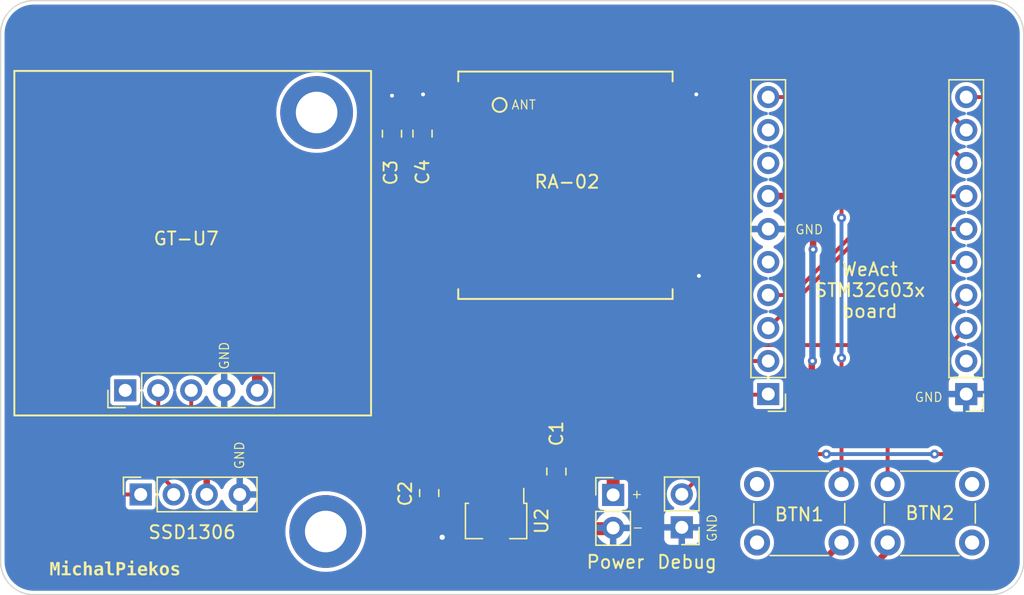
<source format=kicad_pcb>
(kicad_pcb (version 20221018) (generator pcbnew)
  (layers (0 "F.Cu" signal) (31 "B.Cu" power) (34 "B.Paste" user) (35 "F.Paste" user) (36 "B.SilkS" user "B.Silkscreen") (37 "F.SilkS" user "F.Silkscreen") (38 "B.Mask" user) (39 "F.Mask" user) (44 "Edge.Cuts" user))
  (net 0 "")
  (net 1 "GND")
  (net 2 "+3.3V")
  (net 4 "/BTN1")
  (net 5 "/RST")
  (net 6 "/SPI_MISO")
  (net 7 "/SPI_MOSI")
  (net 8 "/NSS")
  (net 9 "/I2C2_SCL")
  (net 10 "/I2C2_SDA")
  (net 11 "/USART1_TX_DEBUG")
  (net 12 "/USART2_RX")
  (net 13 "/USART2_TX")
  (net 14 "/SPI1_SCL")
  (net 15 "/DIO0")
  (net 19 "/BTN2")
  (net 25 "unconnected-(U1-DIO5-Pad11)")
  (net 26 "+BATT")
  (footprint "Capacitor_SMD:C_0805_2012Metric_Pad1.18x1.45mm_HandSolder" (layer "F.Cu") (at 126.45 114.3723 90)
    (fp_text reference "C4" (at -2.9625 0 90) (layer "F.SilkS"))
    (fp_text value "0.1uF")
    (fp_line (start -0.261252 -0.735) (end 0.261252 -0.735) (stroke (width 0.12)) (layer "F.SilkS"))
    (fp_line (start -0.261252 0.735) (end 0.261252 0.735) (stroke (width 0.12)) (layer "F.SilkS"))
    (pad "1" smd roundrect (at -1.0375 0 90) (size 1.175 1.45) (layers "F.Cu" "F.Paste" "F.Mask") (roundrect_rratio 0.2127659574) (net 2 "+3.3V"))
    (pad "2" smd roundrect (at 1.0375 0 90) (size 1.175 1.45) (layers "F.Cu" "F.Paste" "F.Mask") (roundrect_rratio 0.2127659574) (net 1 "GND"))
  )
  (footprint "Capacitor_SMD:C_0805_2012Metric_Pad1.18x1.45mm_HandSolder" (layer "F.Cu") (at 136.7536 140.3819 -90)
    (fp_text reference "C1" (at -2.9171 0 90) (layer "F.SilkS"))
    (fp_text value "10u")
    (fp_line (start -0.261252 -0.735) (end 0.261252 -0.735) (stroke (width 0.12)) (layer "F.SilkS"))
    (fp_line (start -0.261252 0.735) (end 0.261252 0.735) (stroke (width 0.12)) (layer "F.SilkS"))
    (pad "1" smd roundrect (at -1.0375 0 270) (size 1.175 1.45) (layers "F.Cu" "F.Paste" "F.Mask") (roundrect_rratio 0.2127659574) (net 26 "+BATT"))
    (pad "2" smd roundrect (at 1.0375 0 270) (size 1.175 1.45) (layers "F.Cu" "F.Paste" "F.Mask") (roundrect_rratio 0.2127659574) (net 1 "GND"))
  )
  (footprint "Button_Switch_THT:SW_PUSH_6mm" (layer "F.Cu") (at 162.25 141.35)
    (fp_text reference "SW2" hide)
    (fp_text value "BTN2")
    (fp_line (start -0.25 1.5) (end -0.25 3) (stroke (width 0.12)) (layer "F.SilkS"))
    (fp_line (start 1 5.5) (end 5.5 5.5) (stroke (width 0.12)) (layer "F.SilkS"))
    (fp_line (start 5.5 -1) (end 1 -1) (stroke (width 0.12)) (layer "F.SilkS"))
    (fp_line (start 6.75 3) (end 6.75 1.5) (stroke (width 0.12)) (layer "F.SilkS"))
    (pad "1" thru_hole circle (at 0 0 90) (size 2 2) (drill 1.1) (layers "*.Cu" "*.Mask") (net 19 "/BTN2"))
    (pad "1" thru_hole circle (at 6.5 0 90) (size 2 2) (drill 1.1) (layers "*.Cu" "*.Mask") (net 19 "/BTN2"))
    (pad "2" thru_hole circle (at 0 4.5 90) (size 2 2) (drill 1.1) (layers "*.Cu" "*.Mask") (net 2 "+3.3V"))
    (pad "2" thru_hole circle (at 6.5 4.5 90) (size 2 2) (drill 1.1) (layers "*.Cu" "*.Mask") (net 2 "+3.3V"))
  )
  (footprint "Connector_PinHeader_2.54mm:PinHeader_1x10_P2.54mm_Vertical" (layer "F.Cu") (at 168.3 134.42 180)
    (fp_text reference "J1" hide)
    (fp_text value "stm32g0_5v_bank")
    (fp_line (start -1.33 -1.33) (end 0 -1.33) (stroke (width 0.12)) (layer "F.SilkS"))
    (fp_line (start -1.33 0) (end -1.33 -1.33) (stroke (width 0.12)) (layer "F.SilkS"))
    (fp_line (start -1.33 1.27) (end -1.33 24.19) (stroke (width 0.12)) (layer "F.SilkS"))
    (fp_line (start -1.33 1.27) (end 1.33 1.27) (stroke (width 0.12)) (layer "F.SilkS"))
    (fp_line (start -1.33 24.19) (end 1.33 24.19) (stroke (width 0.12)) (layer "F.SilkS"))
    (fp_line (start 1.33 1.27) (end 1.33 24.19) (stroke (width 0.12)) (layer "F.SilkS"))
    (pad "1" thru_hole rect (at 0 0 180) (size 1.7 1.7) (drill 1) (layers "*.Cu" "*.Mask") (net 1 "GND"))
    (pad "2" thru_hole oval (at 0 2.54 180) (size 1.7 1.7) (drill 1) (layers "*.Cu" "*.Mask"))
    (pad "3" thru_hole oval (at 0 5.08 180) (size 1.7 1.7) (drill 1) (layers "*.Cu" "*.Mask") (net 19 "/BTN2"))
    (pad "4" thru_hole oval (at 0 7.62 180) (size 1.7 1.7) (drill 1) (layers "*.Cu" "*.Mask") (net 5 "/RST"))
    (pad "5" thru_hole oval (at 0 10.16 180) (size 1.7 1.7) (drill 1) (layers "*.Cu" "*.Mask") (net 6 "/SPI_MISO"))
    (pad "6" thru_hole oval (at 0 12.7 180) (size 1.7 1.7) (drill 1) (layers "*.Cu" "*.Mask") (net 7 "/SPI_MOSI"))
    (pad "7" thru_hole oval (at 0 15.24 180) (size 1.7 1.7) (drill 1) (layers "*.Cu" "*.Mask") (net 8 "/NSS"))
    (pad "8" thru_hole oval (at 0 17.78 180) (size 1.7 1.7) (drill 1) (layers "*.Cu" "*.Mask") (net 9 "/I2C2_SCL"))
    (pad "9" thru_hole oval (at 0 20.32 180) (size 1.7 1.7) (drill 1) (layers "*.Cu" "*.Mask") (net 10 "/I2C2_SDA"))
    (pad "10" thru_hole oval (at 0 22.86 180) (size 1.7 1.7) (drill 1) (layers "*.Cu" "*.Mask") (net 11 "/USART1_TX_DEBUG"))
  )
  (footprint "MountingHole:MountingHole_3.2mm_M3_DIN965_Pad_TopBottom" (layer "F.Cu") (at 118.3 112.75)
    (fp_text reference "H1" hide)
    (fp_text value "MountingHole")
    (pad "1" thru_hole circle (at 0 0) (size 3.6 3.6) (drill 3.2) (layers "*.Cu" "*.Mask"))
    (pad "1" connect circle (at 0 0) (size 5.6 5.6) (layers "F.Cu" "F.Mask"))
    (pad "1" connect circle (at 0 0) (size 5.6 5.6) (layers "B.Cu" "B.Mask"))
  )
  (footprint "Connector_PinHeader_2.54mm:PinHeader_1x05_P2.54mm_Vertical" (layer "F.Cu") (at 103.568 134.1368 90)
    (fp_text reference "J3" hide)
    (fp_text value "GT-U7")
    (fp_line (start -1.33 -1.33) (end 0 -1.33) (stroke (width 0.12)) (layer "F.SilkS"))
    (fp_line (start -1.33 0) (end -1.33 -1.33) (stroke (width 0.12)) (layer "F.SilkS"))
    (fp_line (start -1.33 1.27) (end -1.33 11.49) (stroke (width 0.12)) (layer "F.SilkS"))
    (fp_line (start -1.33 1.27) (end 1.33 1.27) (stroke (width 0.12)) (layer "F.SilkS"))
    (fp_line (start -1.33 11.49) (end 1.33 11.49) (stroke (width 0.12)) (layer "F.SilkS"))
    (fp_line (start 1.33 1.27) (end 1.33 11.49) (stroke (width 0.12)) (layer "F.SilkS"))
    (pad "1" thru_hole rect (at 0 0 90) (size 1.7 1.7) (drill 1) (layers "*.Cu" "*.Mask"))
    (pad "2" thru_hole oval (at 0 2.54 90) (size 1.7 1.7) (drill 1) (layers "*.Cu" "*.Mask") (net 12 "/USART2_RX"))
    (pad "3" thru_hole oval (at 0 5.08 90) (size 1.7 1.7) (drill 1) (layers "*.Cu" "*.Mask") (net 13 "/USART2_TX"))
    (pad "4" thru_hole oval (at 0 7.62 90) (size 1.7 1.7) (drill 1) (layers "*.Cu" "*.Mask") (net 1 "GND"))
    (pad "5" thru_hole oval (at 0 10.16 90) (size 1.7 1.7) (drill 1) (layers "*.Cu" "*.Mask") (net 2 "+3.3V"))
  )
  (footprint "Capacitor_SMD:C_0805_2012Metric_Pad1.18x1.45mm_HandSolder" (layer "F.Cu") (at 124.1 114.3848 90)
    (fp_text reference "C3" (at -2.9972 -0.1016 90) (layer "F.SilkS"))
    (fp_text value "22uF/16V")
    (fp_line (start -0.261252 -0.735) (end 0.261252 -0.735) (stroke (width 0.12)) (layer "F.SilkS"))
    (fp_line (start -0.261252 0.735) (end 0.261252 0.735) (stroke (width 0.12)) (layer "F.SilkS"))
    (pad "1" smd roundrect (at -1.0375 0 90) (size 1.175 1.45) (layers "F.Cu" "F.Paste" "F.Mask") (roundrect_rratio 0.2127659574) (net 2 "+3.3V"))
    (pad "2" smd roundrect (at 1.0375 0 90) (size 1.175 1.45) (layers "F.Cu" "F.Paste" "F.Mask") (roundrect_rratio 0.2127659574) (net 1 "GND"))
  )
  (footprint "Button_Switch_THT:SW_PUSH_6mm" (layer "F.Cu") (at 152.2 141.35)
    (fp_text reference "SW1" hide)
    (fp_text value "BTN1")
    (fp_line (start -0.25 1.5) (end -0.25 3) (stroke (width 0.12)) (layer "F.SilkS"))
    (fp_line (start 1 5.5) (end 5.5 5.5) (stroke (width 0.12)) (layer "F.SilkS"))
    (fp_line (start 5.5 -1) (end 1 -1) (stroke (width 0.12)) (layer "F.SilkS"))
    (fp_line (start 6.75 3) (end 6.75 1.5) (stroke (width 0.12)) (layer "F.SilkS"))
    (pad "1" thru_hole circle (at 0 0 90) (size 2 2) (drill 1.1) (layers "*.Cu" "*.Mask") (net 4 "/BTN1"))
    (pad "1" thru_hole circle (at 6.5 0 90) (size 2 2) (drill 1.1) (layers "*.Cu" "*.Mask") (net 4 "/BTN1"))
    (pad "2" thru_hole circle (at 0 4.5 90) (size 2 2) (drill 1.1) (layers "*.Cu" "*.Mask") (net 2 "+3.3V"))
    (pad "2" thru_hole circle (at 6.5 4.5 90) (size 2 2) (drill 1.1) (layers "*.Cu" "*.Mask") (net 2 "+3.3V"))
  )
  (footprint "Capacitor_SMD:C_0805_2012Metric_Pad1.18x1.45mm_HandSolder" (layer "F.Cu") (at 126.965 142.04 -90)
    (fp_text reference "C2" (at 0.0476 1.8446 90) (layer "F.SilkS"))
    (fp_text value "10u")
    (fp_line (start -0.261252 -0.735) (end 0.261252 -0.735) (stroke (width 0.12)) (layer "F.SilkS"))
    (fp_line (start -0.261252 0.735) (end 0.261252 0.735) (stroke (width 0.12)) (layer "F.SilkS"))
    (pad "1" smd roundrect (at -1.0375 0 270) (size 1.175 1.45) (layers "F.Cu" "F.Paste" "F.Mask") (roundrect_rratio 0.2127659574) (net 2 "+3.3V"))
    (pad "2" smd roundrect (at 1.0375 0 270) (size 1.175 1.45) (layers "F.Cu" "F.Paste" "F.Mask") (roundrect_rratio 0.2127659574) (net 1 "GND"))
  )
  (footprint "Connector_PinHeader_2.54mm:PinHeader_1x02_P2.54mm_Vertical" (layer "F.Cu") (at 141.1224 142.1842)
    (fp_text reference "J6" hide)
    (fp_text value "PowerSocket")
    (fp_line (start -1.33 -1.33) (end 0 -1.33) (stroke (width 0.12)) (layer "F.SilkS"))
    (fp_line (start -1.33 0) (end -1.33 -1.33) (stroke (width 0.12)) (layer "F.SilkS"))
    (fp_line (start -1.33 1.27) (end -1.33 3.87) (stroke (width 0.12)) (layer "F.SilkS"))
    (fp_line (start -1.33 1.27) (end 1.33 1.27) (stroke (width 0.12)) (layer "F.SilkS"))
    (fp_line (start -1.33 3.87) (end 1.33 3.87) (stroke (width 0.12)) (layer "F.SilkS"))
    (fp_line (start 1.33 1.27) (end 1.33 3.87) (stroke (width 0.12)) (layer "F.SilkS"))
    (pad "1" thru_hole rect (at 0 0) (size 1.7 1.7) (drill 1) (layers "*.Cu" "*.Mask") (net 26 "+BATT"))
    (pad "2" thru_hole oval (at 0 2.54) (size 1.7 1.7) (drill 1) (layers "*.Cu" "*.Mask") (net 1 "GND"))
  )
  (footprint "Connector_PinSocket_2.54mm:PinSocket_1x04_P2.54mm_Vertical" (layer "F.Cu") (at 104.76 142.15 90)
    (fp_text reference "J4" hide)
    (fp_text value "SSD1306_I2C")
    (fp_line (start -1.33 1.27) (end -1.33 8.95) (stroke (width 0.12)) (layer "F.SilkS"))
    (fp_line (start -1.33 1.27) (end 1.33 1.27) (stroke (width 0.12)) (layer "F.SilkS"))
    (fp_line (start -1.33 8.95) (end 1.33 8.95) (stroke (width 0.12)) (layer "F.SilkS"))
    (fp_line (start 0 -1.33) (end 1.33 -1.33) (stroke (width 0.12)) (layer "F.SilkS"))
    (fp_line (start 1.33 -1.33) (end 1.33 0) (stroke (width 0.12)) (layer "F.SilkS"))
    (fp_line (start 1.33 1.27) (end 1.33 8.95) (stroke (width 0.12)) (layer "F.SilkS"))
    (pad "1" thru_hole rect (at 0 0 90) (size 1.7 1.7) (drill 1) (layers "*.Cu" "*.Mask") (net 10 "/I2C2_SDA"))
    (pad "2" thru_hole oval (at 0 2.54 90) (size 1.7 1.7) (drill 1) (layers "*.Cu" "*.Mask") (net 9 "/I2C2_SCL"))
    (pad "3" thru_hole oval (at 0 5.08 90) (size 1.7 1.7) (drill 1) (layers "*.Cu" "*.Mask") (net 2 "+3.3V"))
    (pad "4" thru_hole oval (at 0 7.62 90) (size 1.7 1.7) (drill 1) (layers "*.Cu" "*.Mask") (net 1 "GND"))
  )
  (footprint "Connector_PinHeader_2.54mm:PinHeader_1x10_P2.54mm_Vertical" (layer "F.Cu") (at 153.06 134.42 180)
    (fp_text reference "J2" hide)
    (fp_text value "stm32g0_3v3_bank")
    (fp_line (start -1.33 -1.33) (end 0 -1.33) (stroke (width 0.12)) (layer "F.SilkS"))
    (fp_line (start -1.33 0) (end -1.33 -1.33) (stroke (width 0.12)) (layer "F.SilkS"))
    (fp_line (start -1.33 1.27) (end -1.33 24.19) (stroke (width 0.12)) (layer "F.SilkS"))
    (fp_line (start -1.33 1.27) (end 1.33 1.27) (stroke (width 0.12)) (layer "F.SilkS"))
    (fp_line (start -1.33 24.19) (end 1.33 24.19) (stroke (width 0.12)) (layer "F.SilkS"))
    (fp_line (start 1.33 1.27) (end 1.33 24.19) (stroke (width 0.12)) (layer "F.SilkS"))
    (pad "1" thru_hole rect (at 0 0 180) (size 1.7 1.7) (drill 1) (layers "*.Cu" "*.Mask") (net 12 "/USART2_RX"))
    (pad "2" thru_hole oval (at 0 2.54 180) (size 1.7 1.7) (drill 1) (layers "*.Cu" "*.Mask") (net 13 "/USART2_TX"))
    (pad "3" thru_hole oval (at 0 5.08 180) (size 1.7 1.7) (drill 1) (layers "*.Cu" "*.Mask") (net 14 "/SPI1_SCL"))
    (pad "4" thru_hole oval (at 0 7.62 180) (size 1.7 1.7) (drill 1) (layers "*.Cu" "*.Mask") (net 15 "/DIO0"))
    (pad "5" thru_hole oval (at 0 10.16 180) (size 1.7 1.7) (drill 1) (layers "*.Cu" "*.Mask"))
    (pad "6" thru_hole oval (at 0 12.7 180) (size 1.7 1.7) (drill 1) (layers "*.Cu" "*.Mask") (net 1 "GND"))
    (pad "7" thru_hole oval (at 0 15.24 180) (size 1.7 1.7) (drill 1) (layers "*.Cu" "*.Mask") (net 2 "+3.3V"))
    (pad "8" thru_hole oval (at 0 17.78 180) (size 1.7 1.7) (drill 1) (layers "*.Cu" "*.Mask"))
    (pad "9" thru_hole oval (at 0 20.32 180) (size 1.7 1.7) (drill 1) (layers "*.Cu" "*.Mask"))
    (pad "10" thru_hole oval (at 0 22.86 180) (size 1.7 1.7) (drill 1) (layers "*.Cu" "*.Mask") (net 4 "/BTN1"))
  )
  (footprint "Connector_PinHeader_2.54mm:PinHeader_1x02_P2.54mm_Vertical" (layer "F.Cu") (at 146.4056 144.6784 180)
    (fp_text reference "J5" hide)
    (fp_text value "Debug")
    (fp_line (start -1.33 -1.33) (end 0 -1.33) (stroke (width 0.12)) (layer "F.SilkS"))
    (fp_line (start -1.33 0) (end -1.33 -1.33) (stroke (width 0.12)) (layer "F.SilkS"))
    (fp_line (start -1.33 1.27) (end -1.33 3.87) (stroke (width 0.12)) (layer "F.SilkS"))
    (fp_line (start -1.33 1.27) (end 1.33 1.27) (stroke (width 0.12)) (layer "F.SilkS"))
    (fp_line (start -1.33 3.87) (end 1.33 3.87) (stroke (width 0.12)) (layer "F.SilkS"))
    (fp_line (start 1.33 1.27) (end 1.33 3.87) (stroke (width 0.12)) (layer "F.SilkS"))
    (pad "1" thru_hole rect (at 0 0 180) (size 1.7 1.7) (drill 1) (layers "*.Cu" "*.Mask") (net 1 "GND"))
    (pad "2" thru_hole oval (at 0 2.54 180) (size 1.7 1.7) (drill 1) (layers "*.Cu" "*.Mask") (net 11 "/USART1_TX_DEBUG"))
  )
  (footprint "MountingHole:MountingHole_3.2mm_M3_DIN965_Pad_TopBottom" (layer "F.Cu") (at 119 145)
    (fp_text reference "H2" hide)
    (fp_text value "MountingHole")
    (pad "1" thru_hole circle (at 0 0) (size 3.6 3.6) (drill 3.2) (layers "*.Cu" "*.Mask"))
    (pad "1" connect circle (at 0 0) (size 5.6 5.6) (layers "F.Cu" "F.Mask"))
    (pad "1" connect circle (at 0 0) (size 5.6 5.6) (layers "B.Cu" "B.Mask"))
  )
  (footprint "Package_TO_SOT_SMD:SOT-89-3_Handsoldering" (layer "F.Cu") (at 132.115 144.19 -90)
    (fp_text reference "U2" (at 0 -3.5 90) (layer "F.SilkS"))
    (fp_text value "HT7333")
    (fp_line (start -2.5 -2.13) (end -1.36 -2.13) (stroke (width 0.12)) (layer "F.SilkS"))
    (fp_line (start -1.36 -2.36) (end -1.36 -2.13) (stroke (width 0.12)) (layer "F.SilkS"))
    (fp_line (start -1.36 -2.36) (end 1.36 -2.36) (stroke (width 0.12)) (layer "F.SilkS"))
    (fp_line (start -1.36 2.36) (end -1.36 2.13) (stroke (width 0.12)) (layer "F.SilkS"))
    (fp_line (start 1.36 -2.36) (end 1.36 -1.05) (stroke (width 0.12)) (layer "F.SilkS"))
    (fp_line (start 1.36 1.05) (end 1.36 2.36) (stroke (width 0.12)) (layer "F.SilkS"))
    (fp_line (start 1.36 2.36) (end -1.36 2.36) (stroke (width 0.12)) (layer "F.SilkS"))
    (pad "1" smd rect (at -2.45 -1.5 270) (size 2.3 0.9) (layers "F.Cu" "F.Paste" "F.Mask") (net 1 "GND"))
    (pad "2" smd custom (at -2.3625 0 270) (size 2.475 0.9) (layers "F.Cu" "F.Paste" "F.Mask") (net 26 "+BATT") (options (clearance outline) (anchor rect)) (primitives (gr_poly (pts (xy 5.3625 0.8665) (xy 1.2375 0.8665) (xy 1.2375 -0.8665) (xy 5.3625 -0.8665)) (width 0) (fill yes))))
    (pad "3" smd rect (at -2.45 1.5 270) (size 2.3 0.9) (layers "F.Cu" "F.Paste" "F.Mask") (net 2 "+3.3V"))
  )
  (footprint "RF_Module:Ai-Thinker-Ra-01-LoRa" (layer "F.Cu") (at 137.45 118.35)
    (fp_text reference "U1" hide)
    (fp_text value "Ai-Thinker-Ra-02")
    (fp_line (start -8.25 -8.75) (end 8.25 -8.75) (stroke (width 0.15)) (layer "F.SilkS"))
    (fp_line (start -8.25 -8) (end -8.25 -8.75) (stroke (width 0.15)) (layer "F.SilkS"))
    (fp_line (start -8.25 8) (end -8.25 8.75) (stroke (width 0.15)) (layer "F.SilkS"))
    (fp_line (start -8.25 8.75) (end 8.25 8.75) (stroke (width 0.15)) (layer "F.SilkS"))
    (fp_line (start 8.25 -8.75) (end 8.25 -8) (stroke (width 0.15)) (layer "F.SilkS"))
    (fp_line (start 8.25 8.75) (end 8.25 8) (stroke (width 0.15)) (layer "F.SilkS"))
    (pad "1" smd rect (at -8 -7) (size 2 1.5) (layers "F.Cu" "F.Paste" "F.Mask") (net 1 "GND"))
    (pad "2" smd rect (at -8 -5) (size 2 1.5) (layers "F.Cu" "F.Paste" "F.Mask") (net 1 "GND"))
    (pad "3" smd rect (at -8 -3) (size 2 1.5) (layers "F.Cu" "F.Paste" "F.Mask") (net 2 "+3.3V"))
    (pad "4" smd rect (at -8 -1) (size 2 1.5) (layers "F.Cu" "F.Paste" "F.Mask") (net 5 "/RST"))
    (pad "5" smd rect (at -8 1) (size 2 1.5) (layers "F.Cu" "F.Paste" "F.Mask") (net 15 "/DIO0"))
    (pad "6" smd rect (at -8 3) (size 2 1.5) (layers "F.Cu" "F.Paste" "F.Mask"))
    (pad "7" smd rect (at -8 5) (size 2 1.5) (layers "F.Cu" "F.Paste" "F.Mask"))
    (pad "8" smd rect (at -8 7) (size 2 1.5) (layers "F.Cu" "F.Paste" "F.Mask"))
    (pad "9" smd rect (at 8 7) (size 2 1.5) (layers "F.Cu" "F.Paste" "F.Mask") (net 1 "GND"))
    (pad "10" smd rect (at 8 5) (size 2 1.5) (layers "F.Cu" "F.Paste" "F.Mask"))
    (pad "11" smd rect (at 8 3) (size 2 1.5) (layers "F.Cu" "F.Paste" "F.Mask") (net 25 "unconnected-(U1-DIO5-Pad11)"))
    (pad "12" smd rect (at 8 1) (size 2 1.5) (layers "F.Cu" "F.Paste" "F.Mask") (net 14 "/SPI1_SCL"))
    (pad "13" smd rect (at 8 -1) (size 2 1.5) (layers "F.Cu" "F.Paste" "F.Mask") (net 6 "/SPI_MISO"))
    (pad "14" smd rect (at 8 -3) (size 2 1.5) (layers "F.Cu" "F.Paste" "F.Mask") (net 7 "/SPI_MOSI"))
    (pad "15" smd rect (at 8 -5) (size 2 1.5) (layers "F.Cu" "F.Paste" "F.Mask") (net 8 "/NSS"))
    (pad "16" smd rect (at 8 -7) (size 2 1.5) (layers "F.Cu" "F.Paste" "F.Mask") (net 1 "GND"))
  )
  (gr_rect (start 95.0336 109.5496) (end 122.491 136.0672) (stroke (width 0.15)) (fill none) (layer "F.SilkS"))
  (gr_circle (center 132.3848 112.1664) (end 132.7404 112.5728) (stroke (width 0.15)) (fill none) (layer "F.SilkS"))
  (gr_arc (start 96.52 149.86) (mid 94.723949 149.116051) (end 93.98 147.32) (stroke (width 0.1)) (layer "Edge.Cuts"))
  (gr_line (start 93.98 106.68) (end 93.98 147.32) (stroke (width 0.1)) (layer "Edge.Cuts"))
  (gr_arc (start 170.18 104.14) (mid 171.976051 104.883949) (end 172.72 106.68) (stroke (width 0.1)) (layer "Edge.Cuts"))
  (gr_line (start 172.72 147.32) (end 172.72 106.68) (stroke (width 0.1)) (layer "Edge.Cuts"))
  (gr_line (start 96.52 149.86) (end 170.18 149.86) (stroke (width 0.1)) (layer "Edge.Cuts"))
  (gr_arc (start 172.72 147.32) (mid 171.976051 149.116051) (end 170.18 149.86) (stroke (width 0.1)) (layer "Edge.Cuts"))
  (gr_line (start 170.18 104.14) (end 96.52 104.14) (stroke (width 0.1)) (layer "Edge.Cuts"))
  (gr_arc (start 93.98 106.68) (mid 94.723949 104.883949) (end 96.52 104.14) (stroke (width 0.1)) (layer "Edge.Cuts"))
  (gr_text "ANT" (at 133.2484 112.5728) (layer "F.SilkS") (effects (font (size 0.7 0.7) (thickness 0.0875)) (justify left bottom)))
  (gr_text "Debug" (at 144.4244 147.9296) (layer "F.SilkS") (effects (font (size 1 1)) (justify left bottom)))
  (gr_text "GND" (at 111.6076 132.588 90) (layer "F.SilkS") (effects (font (size 0.7 0.7) (thickness 0.0875)) (justify left bottom)))
  (gr_text "GND" (at 149.1488 145.8468 90) (layer "F.SilkS") (effects (font (size 0.7 0.7) (thickness 0.0875)) (justify left bottom)))
  (gr_text "RA-02" (at 134.9756 118.6688) (layer "F.SilkS") (effects (font (size 1 1)) (justify left bottom)))
  (gr_text "-" (at 143.51 144.3736 180) (layer "F.SilkS") (effects (font (size 0.7 0.7) (thickness 0.0875)) (justify left bottom)))
  (gr_text "WeAct\nSTM32G03x\nboard" (at 160.8836 128.6256) (layer "F.SilkS") (effects (font (size 1 1)) (justify bottom)))
  (gr_text "MichalPiekos" (at 97.7392 148.5392) (layer "F.SilkS") (effects (font (size 1 1) (thickness 0.2) bold) (justify left bottom)))
  (gr_text "SSD1306" (at 105.2576 145.6436) (layer "F.SilkS") (effects (font (size 1 1)) (justify left bottom)))
  (gr_text "GND" (at 164.2872 135.0772) (layer "F.SilkS") (effects (font (size 0.7 0.7) (thickness 0.0875)) (justify left bottom)))
  (gr_text "Power" (at 138.9888 147.9296) (layer "F.SilkS") (effects (font (size 1 1)) (justify left bottom)))
  (gr_text "+" (at 143.3068 142.6464 90) (layer "F.SilkS") (effects (font (size 0.7 0.7) (thickness 0.0875)) (justify left bottom)))
  (gr_text "BTN2" (at 163.5252 144.1704) (layer "F.SilkS") (effects (font (size 1 1)) (justify left bottom)))
  (gr_text "GND" (at 155.0924 122.174) (layer "F.SilkS") (effects (font (size 0.7 0.7) (thickness 0.0875)) (justify left bottom)))
  (gr_text "GND" (at 112.776 140.2588 90) (layer "F.SilkS") (effects (font (size 0.7 0.7) (thickness 0.0875)) (justify left bottom)))
  (gr_text "BTN1" (at 153.4668 144.272) (layer "F.SilkS") (effects (font (size 1 1)) (justify left bottom)))
  (gr_text "GT-U7" (at 105.664 123.0376) (layer "F.SilkS") (effects (font (size 1 1)) (justify left bottom)))
  (segment (start 125.6132 144.3888) (end 125.6132 146.238) (width 0.5) (layer "F.Cu") (net 1))
  (segment (start 136.7536 141.4194) (end 136.7536 143.8148) (width 1) (layer "F.Cu") (net 1))
  (segment (start 145.45 125.35) (end 147.7 125.35) (width 0.5) (layer "F.Cu") (net 1))
  (segment (start 124.1027 113.35) (end 124.1 113.3473) (width 0.5) (layer "F.Cu") (net 1))
  (segment (start 136.433 141.74) (end 136.7536 141.4194) (width 0.5) (layer "F.Cu") (net 1))
  (segment (start 125.6132 146.238) (end 127.2144 147.8392) (width 0.5) (layer "F.Cu") (net 1))
  (segment (start 129.45 113.35) (end 124.1027 113.35) (width 0.5) (layer "F.Cu") (net 1))
  (segment (start 134.8628 147.8392) (end 135.382 147.32) (width 0.5) (layer "F.Cu") (net 1))
  (segment (start 135.382 143.1036) (end 134.0184 141.74) (width 0.5) (layer "F.Cu") (net 1))
  (segment (start 147.5196 111.35) (end 147.5232 111.3536) (width 0.5) (layer "F.Cu") (net 1))
  (segment (start 147.7 125.35) (end 147.7264 125.3236) (width 0.5) (layer "F.Cu") (net 1))
  (segment (start 124.1027 111.4552) (end 124.1027 113.35) (width 0.5) (layer "F.Cu") (net 1))
  (segment (start 135.382 147.32) (end 135.382 143.1036) (width 0.5) (layer "F.Cu") (net 1))
  (segment (start 126.965 143.0775) (end 126.965 144.4402) (width 1) (layer "F.Cu") (net 1))
  (segment (start 137.7188 144.78) (end 141.0666 144.78) (width 1) (layer "F.Cu") (net 1))
  (segment (start 126.965 144.4402) (end 127.9652 145.4404) (width 1) (layer "F.Cu") (net 1))
  (segment (start 126.965 143.0775) (end 126.9245 143.0775) (width 1) (layer "F.Cu") (net 1))
  (segment (start 134.0184 141.74) (end 133.615 141.74) (width 0.5) (layer "F.Cu") (net 1))
  (segment (start 129.45 111.35) (end 126.4956 111.35) (width 0.5) (layer "F.Cu") (net 1))
  (segment (start 136.7536 143.8148) (end 137.7188 144.78) (width 1) (layer "F.Cu") (net 1))
  (segment (start 127.2144 147.8392) (end 134.8628 147.8392) (width 0.5) (layer "F.Cu") (net 1))
  (segment (start 133.615 141.74) (end 136.433 141.74) (width 1) (layer "F.Cu") (net 1))
  (segment (start 126.9245 143.0775) (end 125.6132 144.3888) (width 0.5) (layer "F.Cu") (net 1))
  (segment (start 126.4956 111.35) (end 126.492 111.3536) (width 0.5) (layer "F.Cu") (net 1))
  (segment (start 145.45 111.35) (end 147.5196 111.35) (width 0.5) (layer "F.Cu") (net 1))
  (segment (start 141.0666 144.78) (end 141.1224 144.7242) (width 0.5) (layer "F.Cu") (net 1))
  (via (at 147.7264 125.3236) (size 0.7) (drill 0.3) (layers "F.Cu" "B.Cu") (net 1))
  (via (at 126.492 111.3536) (size 0.7) (drill 0.3) (layers "F.Cu" "B.Cu") (net 1))
  (via (at 147.5232 111.3536) (size 0.7) (drill 0.3) (layers "F.Cu" "B.Cu") (net 1))
  (via (at 127.9652 145.4404) (size 0.8) (drill 0.4) (layers "F.Cu" "B.Cu") (net 1))
  (via (at 124.1027 111.4552) (size 0.7) (drill 0.3) (layers "F.Cu" "B.Cu") (net 1))
  (segment (start 155.3496 119.18) (end 153.06 119.18) (width 0.5) (layer "F.Cu") (net 2))
  (segment (start 126.965 141.0025) (end 125.1545 139.192) (width 0.8) (layer "F.Cu") (net 2))
  (segment (start 109.84 140.2992) (end 109.84 142.15) (width 0.5) (layer "F.Cu") (net 2))
  (segment (start 103.5304 138.7856) (end 100.8888 136.144) (width 0.8) (layer "F.Cu") (net 2))
  (segment (start 155.8544 148.2852) (end 160.4772 148.2852) (width 0.5) (layer "F.Cu") (net 2))
  (segment (start 112.7252 131.3688) (end 124.1 119.994) (width 0.8) (layer "F.Cu") (net 2))
  (segment (start 124.1 119.994) (end 124.1 115.6875) (width 0.8) (layer "F.Cu") (net 2))
  (segment (start 126.965 141.0025) (end 126.9492 140.9867) (width 0.5) (layer "F.Cu") (net 2))
  (segment (start 126.9492 138.684) (end 128.1684 137.4648) (width 0.5) (layer "F.Cu") (net 2))
  (segment (start 129.4464 141.74) (end 128.6764 140.97) (width 1) (layer "F.Cu") (net 2))
  (segment (start 158.696 145.85) (end 156.2608 148.2852) (width 0.5) (layer "F.Cu") (net 2))
  (segment (start 126.965 141.0025) (end 126.965 140.89) (width 0.5) (layer "F.Cu") (net 2))
  (segment (start 160.4772 148.2852) (end 162.25 146.5124) (width 0.5) (layer "F.Cu") (net 2))
  (segment (start 156.5148 123.2916) (end 156.5148 120.3452) (width 0.5) (layer "F.Cu") (net 2))
  (segment (start 138.3792 148.2852) (end 155.8544 148.2852) (width 0.5) (layer "F.Cu") (net 2))
  (segment (start 156.2608 148.2852) (end 155.8544 148.2852) (width 0.5) (layer "F.Cu") (net 2))
  (segment (start 110.9472 139.192) (end 109.84 140.2992) (width 0.5) (layer "F.Cu") (net 2))
  (segment (start 126.9325 140.97) (end 125.5776 140.97) (width 0.5) (layer "F.Cu") (net 2))
  (segment (start 128.6764 140.97) (end 128.6439 141.0025) (width 0.5) (layer "F.Cu") (net 2))
  (segment (start 110.5408 138.7856) (end 103.5304 138.7856) (width 0.8) (layer "F.Cu") (net 2))
  (segment (start 100.8888 132.334) (end 101.854 131.3688) (width 0.8) (layer "F.Cu") (net 2))
  (segment (start 110.9472 139.192) (end 110.5408 138.7856) (width 0.8) (layer "F.Cu") (net 2))
  (segment (start 124.1 115.6875) (end 124.4375 115.35) (width 0.5) (layer "F.Cu") (net 2))
  (segment (start 154.94 137.4648) (end 156.4132 135.9916) (width 0.5) (layer "F.Cu") (net 2))
  (segment (start 158.7 145.85) (end 158.696 145.85) (width 0.5) (layer "F.Cu") (net 2))
  (segment (start 156.4132 131.9276) (end 156.464 131.8768) (width 0.5) (layer "F.Cu") (net 2))
  (segment (start 101.854 131.3688) (end 112.7252 131.3688) (width 0.8) (layer "F.Cu") (net 2))
  (segment (start 128.1684 137.4648) (end 154.94 137.4648) (width 0.5) (layer "F.Cu") (net 2))
  (segment (start 100.8888 136.144) (end 100.8888 132.334) (width 0.8) (layer "F.Cu") (net 2))
  (segment (start 112.7252 131.3688) (end 113.728 132.3716) (width 0.8) (layer "F.Cu") (net 2))
  (segment (start 128.6439 141.0025) (end 126.965 141.0025) (width 1) (layer "F.Cu") (net 2))
  (segment (start 125.1545 139.192) (end 110.9472 139.192) (width 0.8) (layer "F.Cu") (net 2))
  (segment (start 156.4132 135.9916) (end 156.4132 131.9276) (width 0.5) (layer "F.Cu") (net 2))
  (segment (start 124.6632 146.6596) (end 126.5428 148.5392) (width 0.5) (layer "F.Cu") (net 2))
  (segment (start 126.965 141.0025) (end 126.9325 140.97) (width 0.5) (layer "F.Cu") (net 2))
  (segment (start 124.6632 141.8844) (end 124.6632 146.6596) (width 0.5) (layer "F.Cu") (net 2))
  (segment (start 113.728 132.3716) (end 113.728 134.1368) (width 0.8) (layer "F.Cu") (net 2))
  (segment (start 126.9492 140.9867) (end 126.9492 138.684) (width 0.5) (layer "F.Cu") (net 2))
  (segment (start 138.1252 148.5392) (end 138.3792 148.2852) (width 0.5) (layer "F.Cu") (net 2))
  (segment (start 130.615 141.74) (end 129.4464 141.74) (width 1) (layer "F.Cu") (net 2))
  (segment (start 156.5148 120.3452) (end 155.3496 119.18) (width 0.5) (layer "F.Cu") (net 2))
  (segment (start 124.4375 115.35) (end 129.45 115.35) (width 0.8) (layer "F.Cu") (net 2))
  (segment (start 126.5428 148.5392) (end 138.1252 148.5392) (width 0.5) (layer "F.Cu") (net 2))
  (segment (start 162.25 146.5124) (end 162.25 145.85) (width 0.5) (layer "F.Cu") (net 2))
  (segment (start 125.5776 140.97) (end 124.6632 141.8844) (width 0.5) (layer "F.Cu") (net 2))
  (via (at 156.464 131.8768) (size 0.7) (drill 0.3) (layers "F.Cu" "B.Cu") (net 2))
  (via (at 156.5148 123.2916) (size 0.7) (drill 0.3) (layers "F.Cu" "B.Cu") (net 2))
  (segment (start 156.464 131.8768) (end 156.464 123.3424) (width 0.5) (layer "B.Cu") (net 2))
  (segment (start 156.464 123.3424) (end 156.5148 123.2916) (width 0.5) (layer "B.Cu") (net 2))
  (segment (start 158.7 120.85) (end 158.7 114.057106) (width 0.3) (layer "F.Cu") (net 4))
  (segment (start 158.7 131.65) (end 158.7 141.35) (width 0.3) (layer "F.Cu") (net 4))
  (segment (start 156.202894 111.56) (end 153.06 111.56) (width 0.3) (layer "F.Cu") (net 4))
  (segment (start 158.7 114.057106) (end 156.202894 111.56) (width 0.3) (layer "F.Cu") (net 4))
  (via (at 158.7 120.85) (size 0.7) (drill 0.3) (layers "F.Cu" "B.Cu") (net 4))
  (via (at 158.7 131.65) (size 0.7) (drill 0.3) (layers "F.Cu" "B.Cu") (net 4))
  (segment (start 158.7 120.85) (end 158.7 131.65) (width 0.3) (layer "B.Cu") (net 4))
  (segment (start 127.15 118.35) (end 128.15 117.35) (width 0.3) (layer "F.Cu") (net 5))
  (segment (start 164.45 130.65) (end 130.242894 130.65) (width 0.3) (layer "F.Cu") (net 5))
  (segment (start 168.3 126.8) (end 164.45 130.65) (width 0.3) (layer "F.Cu") (net 5))
  (segment (start 128.15 117.35) (end 129.45 117.35) (width 0.3) (layer "F.Cu") (net 5))
  (segment (start 130.242894 130.65) (end 127.15 127.557106) (width 0.3) (layer "F.Cu") (net 5))
  (segment (start 127.15 127.557106) (end 127.15 118.35) (width 0.3) (layer "F.Cu") (net 5))
  (segment (start 155.214212 108.45) (end 150.885787 108.45) (width 0.3) (layer "F.Cu") (net 6))
  (segment (start 161.35 114.585788) (end 155.214212 108.45) (width 0.3) (layer "F.Cu") (net 6))
  (segment (start 149.9 109.435786) (end 149.9 116.3) (width 0.3) (layer "F.Cu") (net 6))
  (segment (start 145.4 117.75) (end 145.65 117.75) (width 0.3) (layer "F.Cu") (net 6))
  (segment (start 168.3 124.26) (end 167.145788 124.26) (width 0.3) (layer "F.Cu") (net 6))
  (segment (start 161.35 118.464212) (end 161.35 114.585788) (width 0.3) (layer "F.Cu") (net 6))
  (segment (start 149.9 116.3) (end 148.85 117.35) (width 0.3) (layer "F.Cu") (net 6))
  (segment (start 167.145788 124.26) (end 161.35 118.464212) (width 0.3) (layer "F.Cu") (net 6))
  (segment (start 148.85 117.35) (end 145.45 117.35) (width 0.3) (layer "F.Cu") (net 6))
  (segment (start 150.885787 108.45) (end 149.9 109.435786) (width 0.3) (layer "F.Cu") (net 6))
  (segment (start 161.85 114.378681) (end 155.421319 107.95) (width 0.3) (layer "F.Cu") (net 7))
  (segment (start 149.4 109.22868) (end 149.4 114.35) (width 0.3) (layer "F.Cu") (net 7))
  (segment (start 148.4 115.35) (end 145.45 115.35) (width 0.3) (layer "F.Cu") (net 7))
  (segment (start 149.4 114.35) (end 148.4 115.35) (width 0.3) (layer "F.Cu") (net 7))
  (segment (start 150.67868 107.95) (end 149.4 109.22868) (width 0.3) (layer "F.Cu") (net 7))
  (segment (start 145.4 115.85) (end 145.4 115.75) (width 0.3) (layer "F.Cu") (net 7))
  (segment (start 165.32 121.72) (end 164.6 121) (width 0.3) (layer "F.Cu") (net 7))
  (segment (start 161.85 118.257106) (end 161.85 114.378681) (width 0.3) (layer "F.Cu") (net 7))
  (segment (start 155.421319 107.95) (end 150.67868 107.95) (width 0.3) (layer "F.Cu") (net 7))
  (segment (start 145.75 115.85) (end 145.4 115.85) (width 0.3) (layer "F.Cu") (net 7))
  (segment (start 164.592894 121) (end 161.85 118.257106) (width 0.3) (layer "F.Cu") (net 7))
  (segment (start 168.3 121.72) (end 165.32 121.72) (width 0.3) (layer "F.Cu") (net 7))
  (segment (start 164.6 121) (end 164.592894 121) (width 0.3) (layer "F.Cu") (net 7))
  (segment (start 162.35 118.05) (end 162.35 114.171574) (width 0.3) (layer "F.Cu") (net 8))
  (segment (start 168.3 119.18) (end 168.28 119.2) (width 0.3) (layer "F.Cu") (net 8))
  (segment (start 155.628426 107.45) (end 150.471574 107.45) (width 0.3) (layer "F.Cu") (net 8))
  (segment (start 148.9 112.3) (end 147.85 113.35) (width 0.3) (layer "F.Cu") (net 8))
  (segment (start 162.35 114.171574) (end 155.628426 107.45) (width 0.3) (layer "F.Cu") (net 8))
  (segment (start 147.85 113.35) (end 145.45 113.35) (width 0.3) (layer "F.Cu") (net 8))
  (segment (start 148.9 109.021574) (end 148.9 112.3) (width 0.3) (layer "F.Cu") (net 8))
  (segment (start 150.471574 107.45) (end 148.9 109.021574) (width 0.3) (layer "F.Cu") (net 8))
  (segment (start 163.5 119.2) (end 162.35 118.05) (width 0.3) (layer "F.Cu") (net 8))
  (segment (start 168.28 119.2) (end 163.5 119.2) (width 0.3) (layer "F.Cu") (net 8))
  (segment (start 105.407106 106.95) (end 99.1 113.257106) (width 0.3) (layer "F.Cu") (net 9))
  (segment (start 99.1 137.85) (end 101.3 140.05) (width 0.3) (layer "F.Cu") (net 9))
  (segment (start 105.65 140.05) (end 107.3 141.7) (width 0.3) (layer "F.Cu") (net 9))
  (segment (start 101.3 140.05) (end 105.65 140.05) (width 0.3) (layer "F.Cu") (net 9))
  (segment (start 158.61 106.95) (end 105.407106 106.95) (width 0.3) (layer "F.Cu") (net 9))
  (segment (start 99.1 113.257106) (end 99.1 137.85) (width 0.3) (layer "F.Cu") (net 9))
  (segment (start 107.3 141.7) (end 107.3 142.15) (width 0.3) (layer "F.Cu") (net 9))
  (segment (start 168.3 116.64) (end 158.61 106.95) (width 0.3) (layer "F.Cu") (net 9))
  (segment (start 168.3 114.1) (end 160.65 106.45) (width 0.3) (layer "F.Cu") (net 10))
  (segment (start 101.1 142.15) (end 104.76 142.15) (width 0.3) (layer "F.Cu") (net 10))
  (segment (start 98.6 113.05) (end 98.6 139.65) (width 0.3) (layer "F.Cu") (net 10))
  (segment (start 98.6 139.65) (end 101.1 142.15) (width 0.3) (layer "F.Cu") (net 10))
  (segment (start 160.65 106.45) (end 105.2 106.45) (width 0.3) (layer "F.Cu") (net 10))
  (segment (start 105.2 106.45) (end 98.6 113.05) (width 0.3) (layer "F.Cu") (net 10))
  (segment (start 149.5044 139.0396) (end 146.4056 142.1384) (width 0.3) (layer "F.Cu") (net 11))
  (segment (start 170.55 136.25) (end 170.55 112.5) (width 0.3) (layer "F.Cu") (net 11))
  (segment (start 165.862 139.0396) (end 167.7604 139.0396) (width 0.3) (layer "F.Cu") (net 11))
  (segment (start 169.61 111.56) (end 168.3 111.56) (width 0.3) (layer "F.Cu") (net 11))
  (segment (start 167.7604 139.0396) (end 170.55 136.25) (width 0.3) (layer "F.Cu") (net 11))
  (segment (start 170.55 112.5) (end 169.61 111.56) (width 0.3) (layer "F.Cu") (net 11))
  (segment (start 157.5308 139.0396) (end 149.5044 139.0396) (width 0.3) (layer "F.Cu") (net 11))
  (via (at 165.862 139.0396) (size 0.7) (drill 0.3) (layers "F.Cu" "B.Cu") (net 11))
  (via (at 157.5308 139.0396) (size 0.7) (drill 0.3) (layers "F.Cu" "B.Cu") (net 11))
  (segment (start 165.862 139.0396) (end 157.5308 139.0396) (width 0.3) (layer "B.Cu") (net 11))
  (segment (start 120.2824 134.4676) (end 117.7504 136.9996) (width 0.3) (layer "F.Cu") (net 12))
  (segment (start 106.5996 136.9996) (end 106.108 136.508) (width 0.3) (layer "F.Cu") (net 12))
  (segment (start 153.0124 134.4676) (end 120.2824 134.4676) (width 0.3) (layer "F.Cu") (net 12))
  (segment (start 106.108 136.508) (end 106.108 134.1368) (width 0.3) (layer "F.Cu") (net 12))
  (segment (start 153.06 134.42) (end 153.0124 134.4676) (width 0.3) (layer "F.Cu") (net 12))
  (segment (start 117.7504 136.9996) (end 106.5996 136.9996) (width 0.3) (layer "F.Cu") (net 12))
  (segment (start 108.648 136.098) (end 108.648 134.1368) (width 0.3) (layer "F.Cu") (net 13))
  (segment (start 117.543294 136.4996) (end 109.0496 136.4996) (width 0.3) (layer "F.Cu") (net 13))
  (segment (start 109.0496 136.4996) (end 108.648 136.098) (width 0.3) (layer "F.Cu") (net 13))
  (segment (start 153.06 131.88) (end 122.162894 131.88) (width 0.3) (layer "F.Cu") (net 13))
  (segment (start 122.162894 131.88) (end 117.543294 136.4996) (width 0.3) (layer "F.Cu") (net 13))
  (segment (start 160.85 114.792894) (end 155.007106 108.95) (width 0.3) (layer "F.Cu") (net 14))
  (segment (start 151.092894 108.95) (end 150.4 109.642893) (width 0.3) (layer "F.Cu") (net 14))
  (segment (start 145.4 119.75) (end 145.65 119.75) (width 0.3) (layer "F.Cu") (net 14))
  (segment (start 150.4 118.3) (end 149.35 119.35) (width 0.3) (layer "F.Cu") (net 14))
  (segment (start 149.35 119.35) (end 145.45 119.35) (width 0.3) (layer "F.Cu") (net 14))
  (segment (start 153.06 129.34) (end 160.85 121.55) (width 0.3) (layer "F.Cu") (net 14))
  (segment (start 153.06 129.16) (end 153.06 129.34) (width 0.3) (layer "F.Cu") (net 14))
  (segment (start 160.85 121.55) (end 160.85 114.792894) (width 0.3) (layer "F.Cu") (net 14))
  (segment (start 150.4 109.642893) (end 150.4 118.3) (width 0.3) (layer "F.Cu") (net 14))
  (segment (start 155.007106 108.95) (end 151.092894 108.95) (width 0.3) (layer "F.Cu") (net 14))
  (segment (start 160.35 115) (end 154.8 109.45) (width 0.3) (layer "F.Cu") (net 15))
  (segment (start 160.35 121.342894) (end 160.35 115) (width 0.3) (layer "F.Cu") (net 15))
  (segment (start 150.9 109.85) (end 150.9 128.9) (width 0.3) (layer "F.Cu") (net 15))
  (segment (start 150.9 128.9) (end 149.65 130.15) (width 0.3) (layer "F.Cu") (net 15))
  (segment (start 149.65 130.15) (end 130.45 130.15) (width 0.3) (layer "F.Cu") (net 15))
  (segment (start 127.65 119.8) (end 128.1 119.35) (width 0.3) (layer "F.Cu") (net 15))
  (segment (start 154.8 109.45) (end 151.3 109.45) (width 0.3) (layer "F.Cu") (net 15))
  (segment (start 130.45 130.15) (end 127.65 127.35) (width 0.3) (layer "F.Cu") (net 15))
  (segment (start 153.06 126.8) (end 154.892894 126.8) (width 0.3) (layer "F.Cu") (net 15))
  (segment (start 129.15 119.75) (end 129.4 119.75) (width 0.3) (layer "F.Cu") (net 15))
  (segment (start 127.65 127.35) (end 127.65 119.8) (width 0.3) (layer "F.Cu") (net 15))
  (segment (start 151.3 109.45) (end 150.9 109.85) (width 0.3) (layer "F.Cu") (net 15))
  (segment (start 128.1 119.35) (end 129.45 119.35) (width 0.3) (layer "F.Cu") (net 15))
  (segment (start 154.892894 126.8) (end 160.35 121.342894) (width 0.3) (layer "F.Cu") (net 15))
  (segment (start 168.3 129.34) (end 168.3 129.45) (width 0.3) (layer "F.Cu") (net 19))
  (segment (start 168.3 129.34) (end 162.25 135.39) (width 0.3) (layer "F.Cu") (net 19))
  (segment (start 162.25 135.39) (end 162.25 141.35) (width 0.3) (layer "F.Cu") (net 19))
  (segment (start 145.4 121.75) (end 145.65 121.75) (width 0.3) (layer "F.Cu") (net 25))
  (segment (start 132.115 141.8275) (end 132.115 139.919) (width 1) (layer "F.Cu") (net 26))
  (segment (start 132.6896 139.3444) (end 136.7536 139.3444) (width 1) (layer "F.Cu") (net 26))
  (segment (start 132.115 139.919) (end 132.6896 139.3444) (width 1) (layer "F.Cu") (net 26))
  (segment (start 141.1224 140.0556) (end 141.1224 142.1842) (width 1) (layer "F.Cu") (net 26))
  (segment (start 140.4112 139.3444) (end 141.1224 140.0556) (width 1) (layer "F.Cu") (net 26))
  (segment (start 136.7536 139.3444) (end 140.4112 139.3444) (width 1) (layer "F.Cu") (net 26))
  (zone (net 1) (net_name "GND") (layer "B.Cu") (connect_pads (clearance 0.3)) (min_thickness 0.25) (fill yes (thermal_gap 0.5) (thermal_bridge_width 0.5))
    (polygon (pts (xy 93.98 104.14) (xy 93.98 149.86) (xy 172.72 149.86) (xy 172.72 104.14)))
  )
)
</source>
